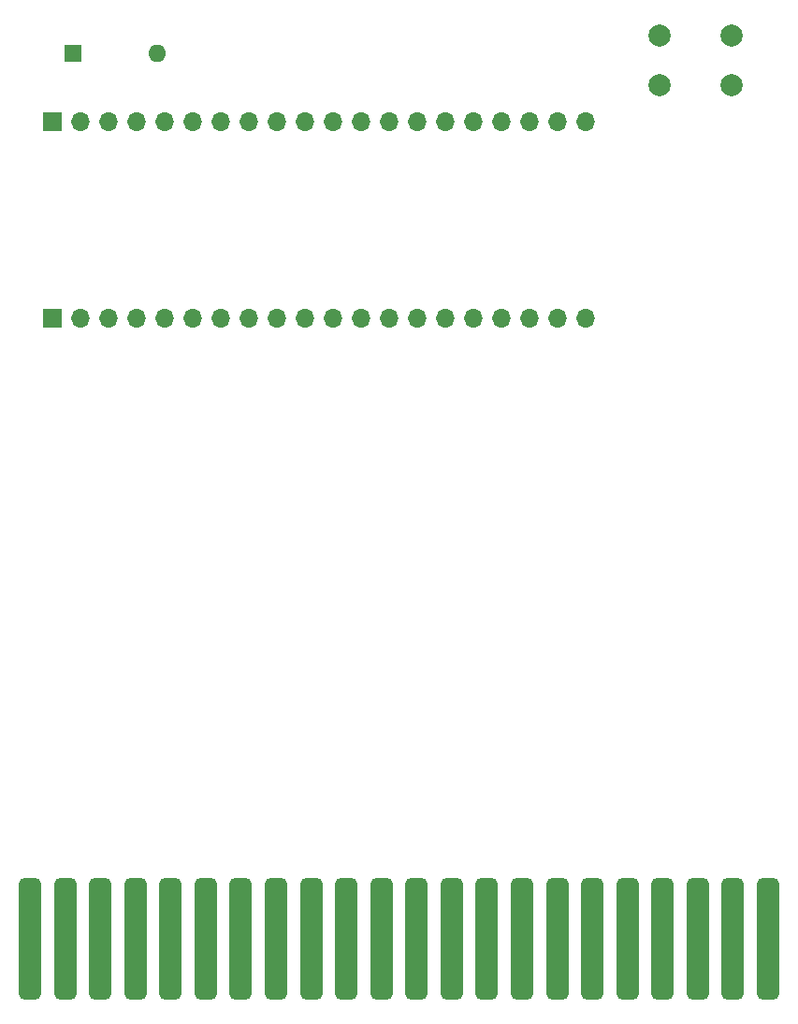
<source format=gbs>
G04 #@! TF.GenerationSoftware,KiCad,Pcbnew,8.0.5*
G04 #@! TF.CreationDate,2024-10-04T03:51:19+02:00*
G04 #@! TF.ProjectId,SD-10005v,53442d31-3030-4303-9576-2e6b69636164,rev?*
G04 #@! TF.SameCoordinates,Original*
G04 #@! TF.FileFunction,Soldermask,Bot*
G04 #@! TF.FilePolarity,Negative*
%FSLAX46Y46*%
G04 Gerber Fmt 4.6, Leading zero omitted, Abs format (unit mm)*
G04 Created by KiCad (PCBNEW 8.0.5) date 2024-10-04 03:51:19*
%MOMM*%
%LPD*%
G01*
G04 APERTURE LIST*
G04 Aperture macros list*
%AMRoundRect*
0 Rectangle with rounded corners*
0 $1 Rounding radius*
0 $2 $3 $4 $5 $6 $7 $8 $9 X,Y pos of 4 corners*
0 Add a 4 corners polygon primitive as box body*
4,1,4,$2,$3,$4,$5,$6,$7,$8,$9,$2,$3,0*
0 Add four circle primitives for the rounded corners*
1,1,$1+$1,$2,$3*
1,1,$1+$1,$4,$5*
1,1,$1+$1,$6,$7*
1,1,$1+$1,$8,$9*
0 Add four rect primitives between the rounded corners*
20,1,$1+$1,$2,$3,$4,$5,0*
20,1,$1+$1,$4,$5,$6,$7,0*
20,1,$1+$1,$6,$7,$8,$9,0*
20,1,$1+$1,$8,$9,$2,$3,0*%
G04 Aperture macros list end*
%ADD10R,1.700000X1.700000*%
%ADD11O,1.700000X1.700000*%
%ADD12R,1.600000X1.600000*%
%ADD13O,1.600000X1.600000*%
%ADD14C,2.000000*%
%ADD15RoundRect,0.500000X-0.500000X-5.000000X0.500000X-5.000000X0.500000X5.000000X-0.500000X5.000000X0*%
G04 APERTURE END LIST*
D10*
G04 #@! TO.C,J1*
X76520000Y-60800000D03*
D11*
X79060000Y-60800000D03*
X81600000Y-60800000D03*
X84140000Y-60800000D03*
X86680000Y-60800000D03*
X89220000Y-60800000D03*
X91760000Y-60800000D03*
X94300000Y-60800000D03*
X96840000Y-60800000D03*
X99380000Y-60800000D03*
X101920000Y-60800000D03*
X104460000Y-60800000D03*
X107000000Y-60800000D03*
X109540000Y-60800000D03*
X112080000Y-60800000D03*
X114620000Y-60800000D03*
X117160000Y-60800000D03*
X119700000Y-60800000D03*
X122240000Y-60800000D03*
X124780000Y-60800000D03*
G04 #@! TD*
D12*
G04 #@! TO.C,D1*
X78359000Y-36830000D03*
D13*
X85979000Y-36830000D03*
G04 #@! TD*
D10*
G04 #@! TO.C,J2*
X76500000Y-43000000D03*
D11*
X79040000Y-43000000D03*
X81580000Y-43000000D03*
X84120000Y-43000000D03*
X86660000Y-43000000D03*
X89200000Y-43000000D03*
X91740000Y-43000000D03*
X94280000Y-43000000D03*
X96820000Y-43000000D03*
X99360000Y-43000000D03*
X101900000Y-43000000D03*
X104440000Y-43000000D03*
X106980000Y-43000000D03*
X109520000Y-43000000D03*
X112060000Y-43000000D03*
X114600000Y-43000000D03*
X117140000Y-43000000D03*
X119680000Y-43000000D03*
X122220000Y-43000000D03*
X124760000Y-43000000D03*
G04 #@! TD*
D14*
G04 #@! TO.C,SW1*
X131500000Y-35200000D03*
X138000000Y-35200000D03*
X131500000Y-39700000D03*
X138000000Y-39700000D03*
G04 #@! TD*
D15*
G04 #@! TO.C,CON1*
X74500000Y-116900000D03*
X77680000Y-116900000D03*
X80860000Y-116900000D03*
X84040000Y-116900000D03*
X87220000Y-116900000D03*
X90400000Y-116900000D03*
X93580000Y-116900000D03*
X96760000Y-116900000D03*
X99940000Y-116900000D03*
X103120000Y-116900000D03*
X106300000Y-116900000D03*
X109480000Y-116900000D03*
X112660000Y-116900000D03*
X115840000Y-116900000D03*
X119020000Y-116900000D03*
X122200000Y-116900000D03*
X125380000Y-116900000D03*
X128560000Y-116900000D03*
X131740000Y-116900000D03*
X134920000Y-116900000D03*
X138100000Y-116900000D03*
X141280000Y-116900000D03*
G04 #@! TD*
M02*

</source>
